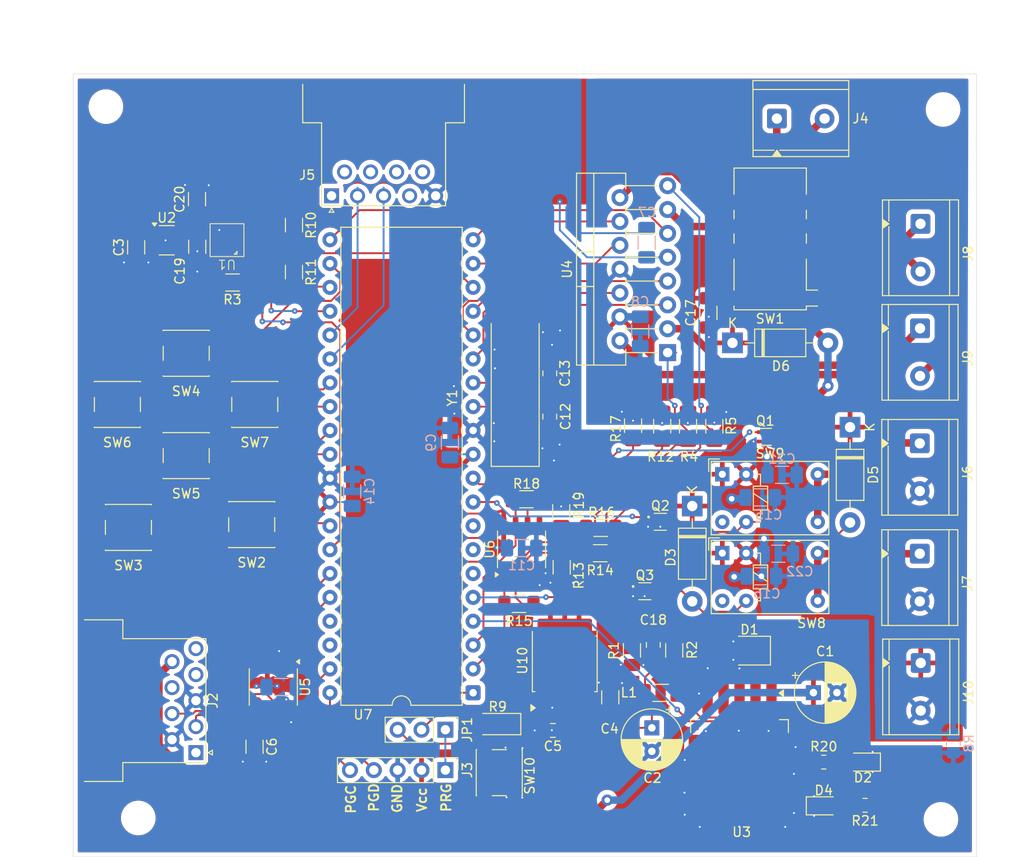
<source format=kicad_pcb>
(kicad_pcb (version 20241229) (generator "pcbnew") (generator_version "9.0")
  (layers (0 "F.Cu" signal) (2 "B.Cu" signal) (13 "F.Paste" user) (15 "B.Paste" user) (5 "F.SilkS" user "F.Silkscreen") (7 "B.SilkS" user "B.Silkscreen") (1 "F.Mask" user) (3 "B.Mask" user) (25 "Edge.Cuts" user))
  (net 0 "")
  (net 1 "GND")
  (net 2 "Vbat")
  (net 3 "/V_6")
  (net 4 "Vcc")
  (net 5 "Net-(U5-SPLIT)")
  (net 6 "GNDPWR")
  (net 7 "Net-(U7-OSC1{slash}CLKI{slash}RA7)")
  (net 8 "Net-(U7-OSC2{slash}CLKO{slash}RA6)")
  (net 9 "Net-(U3-FB)")
  (net 10 "Vdd")
  (net 11 "Net-(D1-K)")
  (net 12 "Net-(D2-A)")
  (net 13 "Net-(D3-A)")
  (net 14 "Net-(D4-A)")
  (net 15 "Net-(D5-A)")
  (net 16 "/M_D")
  (net 20 "/CAN-")
  (net 21 "/CAN+")
  (net 23 "PGD")
  (net 24 "PGC")
  (net 25 "MCLR")
  (net 26 "/Motor3A")
  (net 27 "/Motor3B")
  (net 33 "Rx")
  (net 35 "Tx")
  (net 36 "/M_Inter")
  (net 37 "/M_calen")
  (net 38 "/Motor2A")
  (net 39 "/Motor2B")
  (net 40 "/Motor1B")
  (net 41 "Act_Rele_M2{slash}M3")
  (net 42 "Intermitente")
  (net 43 "Calentador")
  (net 44 "Rst_N")
  (net 45 "SENSE_A")
  (net 46 "SENSE_B")
  (net 47 "/S_SCL")
  (net 48 "/S_SDA")
  (net 49 "Net-(U6A--)")
  (net 50 "Net-(U6A-+)")
  (net 51 "FiCa_A")
  (net 52 "Net-(U6B-+)")
  (net 53 "Net-(U6B--)")
  (net 54 "FiCa_B")
  (net 55 "AngleMort")
  (net 56 "/Motor1A")
  (net 57 "/Motor23A")
  (net 58 "B_Un{slash}Fold")
  (net 59 "B_Heat")
  (net 60 "B_Up")
  (net 61 "B_Down")
  (net 62 "B_Left")
  (net 63 "B_Right")
  (net 66 "/S_PROG")
  (net 67 "/S_INT")
  (net 69 "IN2{slash}3A")
  (net 70 "IN1A")
  (net 71 "IN1B")
  (net 72 "IN2{slash}3B")
  (net 73 "EN1")
  (net 74 "EN2{slash}3")
  (net 75 "CANTX")
  (net 76 "CANRX")
  (net 77 "/Motor23B")
  (net 81 "MAN_MCLR")
  (net 82 "/prog")
  (footprint "Capacitor_SMD:C_0805_2012Metric_Pad1.18x1.45mm_HandSolder" (layer "F.Cu") (at 139.633 77.3925 90)
    (property "Reference" "C13")
    (property "Value" "15p")
  )
  (footprint "Button_Switch_SMD:SW_SPST_PTS647_Sx38" (layer "F.Cu") (at 100.925 86.15 180)
    (property "Reference" "SW5")
    (property "Value" "SW_Push")
  )
  (footprint "Resistor_SMD:R_1206_3216Metric_Pad1.30x1.75mm_HandSolder" (layer "F.Cu") (at 157.15 83.025 90)
    (property "Reference" "R5")
    (property "Value" "50m")
  )
  (footprint "Button_Switch_SMD:SW_SPST_PTS647_Sx38" (layer "F.Cu") (at 108.225 80.7 180)
    (property "Reference" "SW7")
    (property "Value" "SW_Push")
  )
  (footprint "MountingHole:MountingHole_3.2mm_M3" (layer "F.Cu") (at 92.375 48.975)
    (property "Reference" "REF**")
    (property "Value" "MountingHole_3.2mm_M3")
  )
  (footprint "Resistor_SMD:R_0805_2012Metric_Pad1.20x1.40mm_HandSolder" (layer "F.Cu") (at 168.8 118.8)
    (property "Reference" "R20")
    (property "Value" "100")
  )
  (footprint "Resistor_SMD:R_1206_3216Metric_Pad1.30x1.75mm_HandSolder" (layer "F.Cu") (at 145.05 93.85 180)
    (property "Reference" "R16")
    (property "Value" "1k")
  )
  (footprint "Resistor_SMD:R_1206_3216Metric_Pad1.30x1.75mm_HandSolder" (layer "F.Cu") (at 140.85 92.1 90)
    (property "Reference" "R19")
    (property "Value" "100k")
  )
  (footprint "MountingHole:MountingHole_3.2mm_M3" (layer "F.Cu") (at 95.825 124.75)
    (property "Reference" "REF**")
    (property "Value" "MountingHole_3.2mm_M3")
  )
  (footprint "Package_TO_SOT_SMD:SOT-523" (layer "F.Cu") (at 149.755 100.6)
    (property "Reference" "Q3")
    (property "Value" "DTC144E")
  )
  (footprint "Capacitor_SMD:C_1206_3216Metric_Pad1.33x1.80mm_HandSolder" (layer "F.Cu") (at 146.074879 111.9 90)
    (property "Reference" "C4")
    (property "Value" "100n")
  )
  (footprint "Resistor_SMD:R_0805_2012Metric_Pad1.20x1.40mm_HandSolder" (layer "F.Cu") (at 173.2 123.4 180)
    (property "Reference" "R21")
    (property "Value" "150")
  )
  (footprint "Capacitor_THT:CP_Radial_D6.3mm_P2.50mm" (layer "F.Cu") (at 167.7 111.4)
    (property "Reference" "C1")
    (property "Value" "120u")
  )
  (footprint "Package_TO_SOT_SMD:TO-252-3_TabPin2" (layer "F.Cu") (at 141.225 107.985 90)
    (property "Reference" "U10")
    (property "Value" "LM1117DT-5.0")
  )
  (footprint "Diode_THT:D_DO-41_SOD81_P10.16mm_Horizontal" (layer "F.Cu") (at 171.6 83.12 -90)
    (property "Reference" "D5")
    (property "Value" "1N5817")
  )
  (footprint "Connector_PinHeader_2.54mm:PinHeader_1x05_P2.54mm_Vertical" (layer "F.Cu") (at 128.5192 119.6518 -90)
    (property "Reference" "J3")
    (property "Value" "Conn_01x05_Pin")
  )
  (footprint "Button_Switch_SMD:SW_SPST_PTS647_Sx38" (layer "F.Cu") (at 93.6 80.7 180)
    (property "Reference" "SW6")
    (property "Value" "SW_Push")
  )
  (footprint "Button_Switch_SMD:SW_SPST_PTS647_Sx38" (layer "F.Cu") (at 107.9 93.5 180)
    (property "Reference" "SW2")
    (property "Value" "SW_Push")
  )
  (footprint "Capacitor_SMD:C_1206_3216Metric_Pad1.33x1.80mm_HandSolder" (layer "F.Cu") (at 156.5194 70.945 -90)
    (property "Reference" "C17")
    (property "Value" "47n")
  )
  (footprint "Resistor_SMD:R_1206_3216Metric_Pad1.30x1.75mm_HandSolder" (layer "F.Cu") (at 140.9 98.05 -90)
    (property "Reference" "R13")
    (property "Value" "100k")
  )
  (footprint "MountingHole:MountingHole_3.2mm_M3" (layer "F.Cu") (at 181.5 49.275)
    (property "Reference" "REF**")
    (property "Value" "MountingHole_3.2mm_M3")
  )
  (footprint "Package_SO:SOIC-8_3.9x4.9mm_P1.27mm" (layer "F.Cu") (at 136.6296 96.1344 90)
    (property "Reference" "U6")
    (property "Value" "ADA4511-2")
  )
  (footprint "Diode_SMD:D_SMP_DO-220AA" (layer "F.Cu") (at 160.834879 106.925 180)
    (property "Reference" "D1")
    (property "Value" "SS3P5")
  )
  (footprint "Button_Switch_SMD:SW_SPST_PTS647_Sx38" (layer "F.Cu") (at 134.25 119.925 90)
    (property "Reference" "SW10")
    (property "Value" "SW_Push")
  )
  (footprint "Package_TO_SOT_SMD:TSOT-23-5" (layer "F.Cu") (at 98.85 63.2125)
    (property "Reference" "U2")
    (property "Value" "ADM7160")
  )
  (footprint "Package_TO_SOT_SMD:TO-263-5_TabPin3" (layer "F.Cu") (at 159.832379 119.1 -90)
    (property "Reference" "U3")
    (property "Value" "LM2596S-ADJ")
  )
  (footprint "Diode_THT:D_DO-41_SOD81_P10.16mm_Horizontal" (layer "F.Cu") (at 154.8 91.52 -90)
    (property "Reference" "D3")
    (property "Value" "1N5817")
  )
  (footprint "Diode_THT:D_DO-41_SOD81_P10.16mm_Horizontal" (layer "F.Cu") (at 159.0848 74.1454)
    (property "Reference" "D6")
    (property "Value" "1N5817")
  )
  (footprint "PracticasKiCad:TerminalBlock_TE_282834-2_1x02_5,08mm_Horizontal" (layer "F.Cu") (at 179.025 96.595 -90)
    (property "Reference" "J7")
    (property "Value" "Calentador")
  )
  (footprint "Connector_Dsub:DSUB-9_Socket_Horizontal_P2.77x2.54mm_EdgePinOffset9.40mm" (layer "F.Cu") (at 116.4 58.475 180)
    (property "Reference" "J5")
    (property "Value" "DE9_Pins")
  )
  (footprint "Inductor_SMD:L_1206_3216Metric_Pad1.22x1.90mm_HandSolder" (layer "F.Cu") (at 151.432379 111.425 180)
    (property "Reference" "L1")
    (property "Value" "33u")
  )
  (footprint "Resistor_SMD:R_1206_3216Metric_Pad1.30x1.75mm_HandSolder" (layer "F.Cu") (at 154.35 83.025 90)
    (property "Reference" "R4")
    (property "Value" "50m")
  )
  (footprint "Resistor_SMD:R_1206_3216Metric_Pad1.30x1.75mm_HandSolder" (layer "F.Cu") (at 112.4 66.6 -90)
    (property "Reference" "R11")
    (property "Value" "2k2")
  )
  (footprint "PracticasKiCad:CH201" (layer "F.Cu") (at 105.25 63.25 180)
    (property "Reference" "U1")
    (property "Value" "CH201")
  )
  (footprint "Resistor_SMD:R_1206_3216Metric_Pad1.30x1.75mm_HandSolder" (layer "F.Cu") (at 151.6 83.0118 -90)
    (property "Reference" "R12")
    (property "Value" "1k")
  )
  (footprint "Package_DIP:DIP-40_W15.24mm" (layer "F.Cu") (at 131.4692 111.4118 180)
    (property "Reference" "U7")
    (property "Value" "PIC18F4480-IP")
  )
  (footprint "Capacitor_SMD:C_0805_2012Metric_Pad1.18x1.45mm_HandSolder" (layer "F.Cu") (at 139.965 115.425 180)
    (property "Reference" "C5")
    (property "Value" "100u")
  )
  (footprint "Resistor_SMD:R_1206_3216Metric_Pad1.30x1.75mm_HandSolder" (layer "F.Cu") (at 148.5 82.9618 -90)
    (property "Reference" "R17")
    (property "Value" "1k")
  )
  (footprint "PracticasKiCad:TerminalBlock_TE_282834-2_1x02_5,08mm_Horizontal" (layer "F.Cu") (at 179.05 72.595 -90)
    (property "Reference" "J9")
    (property "Value" "Motor1")
  )
  (footprint "LED_SMD:LED_0805_2012Metric_Pad1.15x1.40mm_HandSolder" (layer "F.Cu") (at 168.8 123.46)
    (property "Reference" "D4")
    (property "Value" "G_LED")
  )
  (footprint "PracticasKiCad:TerminalBlock_TE_282834-2_1x02_5,08mm_Horizontal" (layer "F.Cu") (at 179.1 61.46 -90)
    (property "Reference" "J8")
    (property "Value" "Motor2")
  )
  (footprint "Capacitor_THT:CP_Radial_D6.3mm_P2.50mm" (layer "F.Cu") (at 150.5 115.15 -90)
    (property "Reference" "C2")
    (property "Value" "470u")
  )
  (footprint "Button_Switch_SMD:SW_SPST_PTS647_Sx38" (layer "F.Cu") (at 94.775 93.8 180)
    (property "Reference" "SW3")
    (property "Value" "SW_Push")
  )
  (footprint "Capacitor_SMD:C_0805_2012Metric_Pad1.18x1.45mm_HandSolder" (layer "F.Cu") (at 150.657379 106.3125 -90)
    (property "Reference" "C18")
    (property "Value" "1n")
  )
  (footprint "Button_Switch_SMD:SW_SPST_PTS647_Sx38" (layer "F.Cu") (at 100.925 75.25 180)
    (property "Reference" "SW4")
    (property "Value" "SW_Push")
  )
  (footprint "Capacitor_SMD:C_1206_3216Metric_Pad1.33x1.80mm_HandSolder" (layer "F.Cu") (at 108.2 117.1625 -90)
    (property "Reference" "C6")
    (property "Value" "47n")
  )
  (footprint "Resistor_SMD:R_1206_3216Metric_Pad1.30x1.75mm_HandSolder" (layer "F.Cu") (at 148.382379 106.9 90)
    (property "Reference" "R1")
    (property "Value" "1k")
  )
  (footprint "PracticasKiCad:Crystal_SMD_HC49-SD_Practica3" (layer "F.Cu") (at 135.95 79.7 90)
    (property "Reference" "Y1")
    (property "Value" "Crystal")
  )
  (footprint "Connector_Dsub:DSUB-9_Socket_Horizontal_P2.77x2.54mm_EdgePinOffset9.40mm" (layer "F.Cu") (at 101.960331 117.79 -90)
    (property "Reference" "J2")
    (property "Value" "DE9_Pins")
  )
  (footprint "Connector_PinHeader_2.54mm:PinHeader_1x03_P2.54mm_Vertical" (layer "F.Cu") (at 128.5192 115.3518 -90)
    (property "Reference" "JP1")
    (property "Value" "Jumper_3_Open")
  )
  (footprint "Relay_THT:Relay_SPDT_HsinDa_Y14" (layer "F.Cu") (at 158.0014 88.1353)
    (property "Reference" "SW9")
    (property "Value" "FN01B")
  )
  (footprint "Resistor_SMD:R_1206_3216Metric_Pad1.30x1.75mm_HandSolder" (layer "F.Cu") (at 145 96.55 180)
    (property "Reference" "R14")
    (property "Value" "1k")
  )
  (footprint "Package_TO_SOT_SMD:SOT-523" (layer "F.Cu") (at 151.4 93.2)
    (property "Reference" "Q2")
    (property "Value" "DTC144E")
  )
  (footprint "MountingHole:MountingHole_3.2mm_M3" (layer "F.Cu") (at 181.275 124.9)
    (property "Reference" "REF**")
    (property "Value" "MountingHole_3.2mm_M3")
  )
  (footprint "LED_SMD:LED_1206_3216Metric_Pad1.42x1.75mm_HandSolder" (layer "F.Cu") (at 134.0875 114.75 180)
    (property "Reference" "R9")
    (property "Value" "33k")
  )
  (footprint "Resistor_SMD:R_1206_3216Metric_Pad1.30x1.75mm_HandSolder" (layer "F.Cu") (at 112.4 61.6 -90)
    (property "Reference" "R10")
    (property "Value" "2k2")
  )
  (footprint "Package_TO_SOT_SMD:SOT-523" (layer "F.Cu") (at 162.575 84.15)
    (property "Reference" "Q1")
    (property "Value" "DTC144E")
  )
  (footprint "Resistor_SMD:R_1206_3216Metric_Pad1.30x1.75mm_HandSolder" (layer "F.Cu") (at 152.882379 106.9 -90)
    (property "Reference" "R2")
    (property "Value" "3k9")
  )
  (footprint "Resistor_SMD:R_1206_3216Metric_Pad1.30x1.75mm_HandSolder" (layer "F.Cu") (at 105.85 67.7125 180)
    (property "Reference" "R3")
    (property "Value" "10k")
  )
  (footprint "Capacitor_SMD:C_1206_3216Metric_Pad1.33x1.80mm_HandSolder" (layer "F.Cu") (at 102.075 58.8375 90)
    (property "Reference" "C20")
    (property "Value" "100n")
  )
  (footprint "PracticasKiCad:TerminalBlock_TE_282834-2_1x02_5,08mm_Horizontal" (layer "F.Cu") (at 179.125 108.235 -90)
    (property "Reference" "J10")
    (property "Value" "Vbat")
  )
  (footprint "Capacitor_SMD:C_1206_3216Metric_Pad1.33x1.80mm_HandSolder" (layer "F.Cu") (at 95.6 63.9625 -90)
    (property "Reference" "C3")
    (property "Value" "4u7")
  )
  (footprint "Capacitor_SMD:C_0805_2012Metric_Pad1.18x1.45mm_HandSolder" (layer "F.Cu") (at 139.63 81.9975 -90)
    (property "Reference" "C12")
    (property "Value" "15p")
  )
  (footprint "Package_TO_SOT_THT:TO-220-15_P2.54x5.08mm_StaggerOdd_Lead4.58mm_Vertical" (layer "F.Cu") (at 152.18 75.1768 90)
    (property "Reference" "U4")
    (property "Value" "L298N")
  )
  (footprint "Package_SO:SOIC-8_3.9x4.9mm_P1.27mm" (layer "F.Cu") (at 110.2 110.8 -90)
    (property "Reference" "U5")
    (property "Value" "TJA1042T")
  )
  (footprint "Capacitor_SMD:C_1206_3216Metric_Pad1.33x1.80mm_HandSolder" (layer "F.Cu") (at 102.1 63.9 -90)
    (property "Reference" "C19")
    (property "Value" "4u7")
  )
  (footprint "PracticasKiCad:TerminalBlock_TE_282834-2_1x02_5,08mm_Horizontal" (layer "F.Cu") (at 179.025 84.845 -90)
    (property "Reference" "J6")
    (property "Value" "Intermitente")
  )
  (footprint "PracticasKiCad:TerminalBlock_TE_282834-2_1x02_5,08mm_Horizontal" (layer "F.Cu") (at 163.81 50.25)
    (property "Reference" "J4")
    (property "Value" "Motor3")
  )
  (footprint "Relay_SMD:Relay_DPDT_Omron_G6S-2F" (layer "F.Cu") (at 163.0472 63.021 180)
    (property "Reference" "SW1")
    (property "Value" "SW_DPDT_G6S")
  )
  (footprint "Resistor_SMD:R_1206_3216Metric_Pad1.30x1.75mm_HandSolder" (layer "F.Cu") (at 137.15 90.8 180)
    (property "Reference" "R18")
    (property "Value" "100k")
  )
  (footprint "LED_SMD:LED_0805_2012Metric_Pad1.15x1.40mm_HandSolder" (layer "F.Cu") (at 172.975 118.8 180)
    (property "Reference" "D2")
    (property "Value" "R_LED")
  )
  (footprint "Resistor_SMD:R_1206_3216Metric_Pad1.30x1.75mm_HandSolder" (layer "F.Cu") (at 136.35 101.95 180)
    (property "Reference" "R15")
    (property "Value" "100k")
  )
  (footprint "Relay_THT:Relay_SPDT_HsinDa_Y14" (layer "F.Cu") (at 158.0014 96.5353)
    (property "Reference" "SW8")
    (property "Value" "FN01B")
  )
  (footprint "Capacitor_SMD:C_1206_3216Metric_Pad1.33x1.80mm_HandSolder" (layer "B.Cu") (at 162.1625 99)
    (property "Reference" "C16")
    (property "Value" "47n")
  )
  (footprint "Capacitor_SMD:C_1206_3216Metric_Pad1.33x1.80mm_HandSolder" (layer "B.Cu") (at 162.0375 90.6)
    (property "Reference" "C15")
    (property "Value" "47n")
  )
  (footprint "Capacitor_SMD:C_1206_3216Metric_Pad1.33x1.80mm_HandSolder" (layer "B.Cu") (at 136.6375 96)
    (property "Reference" "C11")
    (property "Value" "100n")
  )
  (footprint "Capacitor_SMD:C_1206_3216Metric_Pad1.33x1.80mm_HandSolder" (layer "B.Cu") (at 118.6 89.9625 90)
    (property "Reference" "C14")
    (property "Value" "100n")
  )
  (footprint "Capacitor_SMD:C_1206_3216Metric_Pad1.33x1.80mm_HandSolder" (layer "B.Cu") (at 111.0375 110.8)
    (property "Reference" "C10" (hide yes))
    (property "Value" "100n")
  )
  (footprint "Capacitor_SMD:C_1206_3216Metric_Pad1.33x1.80mm_HandSolder" (layer "B.Cu") (at 149.259 72.9285 -90)
    (property "Reference" "C8")
    (property "Value" "100n")
  )
  (footprint "Capacitor_SMD:C_1206_3216Metric_Pad1.33x1.80mm_HandSolder" (layer "B.Cu") (at 163.9625 96.6)
    (property "Reference" "C22")
    (property "Value" "33n")
  )
  (footprint "Capacitor_SMD:C_1206_3216Metric_Pad1.33x1.80mm_HandSolder" (layer "B.Cu") (at 164.3625 88.2)
    (property "Reference" "C21")
    (property "Value" "33n")
  )
  (footprint "Capacitor_SMD:C_1206_3216Metric_Pad1.33x1.80mm_HandSolder" (layer "B.Cu") (at 149.9448 63.4674 90)
    (property "Reference" "C7")
    (property "Value" "100n")
  )
  (footprint "Resistor_SMD:R_0805_2012Metric_Pad1.20x1.40mm_HandSolder" (layer "B.Cu") (at 182.6 116.8 90)
    (property "Reference" "R8")
    (property "Value" "0")
  )
  (footprint "Capacitor_SMD:C_1206_3216Metric_Pad1.33x1.80mm_HandSolder" (layer "B.Cu") (at 129 84.7625 90)
    (property "Reference" "C9")
    (property "Value" "100n")
  )
  (gr_rect (start 88.8875 45.5) (end 185.0625 128.9) (stroke (width 0.05)) (fill no) (layer "Edge.Cuts"))
  (gr_text "PGD" (at 121.5 124.2 90) (layer "F.SilkS") (effects (font (size 1 1) (thickness 0.2) (bold yes)) (justify left bottom)))
  (gr_text "Vcc\n" (at 126.6 124.225 90) (layer "F.SilkS") (effects (font (size 1 1) (thickness 0.2) (bold yes)) (justify left bottom)))
  (gr_text "PGC\n" (at 119.05 124.4 90) (layer "F.SilkS") (effects (font (size 1 1) (thickness 0.2) (bold yes)) (justify left bottom)))
  (gr_text "GND" (at 123.975 124.325 90) (layer "F.SilkS") (effects (font (size 1 1) (thickness 0.2) (bold yes)) (justify left bottom)))
  (gr_text "PRG\n" (at 129.2 124.225 90) (layer "F.SilkS") (effects (font (size 1 1) (thickness 0.2) (bold yes)) (justify left bottom)))
  (segment (start 140.843 90.557) (end 140.85 90.55) (width 0.2) (layer "F.Cu") (net 1))
  (segment (start 139.7 99.695) (end 142.113 99.695) (width 0.2) (layer "F.Cu") (net 1))
  (segment (start 148.5 101.125) (end 149.725 101.125) (width 0.2) (layer "F.Cu") (net 1))
  (segment (start 164.075 118.175) (end 162.607379 118.175) (width 0.2) (layer "F.Cu") (net 1))
  (segment (start 164.482379 120.05) (end 162.607379 118.175) (width 0.2) (layer "F.Cu") (net 1))
  (segment (start 112.105 113.275) (end 112.105 112.655) (width 0.2) (layer "F.Cu") (net 1))
  (segment (start 102.108 64.389) (end 102.108 66.548) (width 0.2) (layer "F.Cu") (net 1))
  (segment (start 147.2 108.425) (end 149.575 108.425) (width 0.2) (layer "F.Cu") (net 1))
  (segment (start 138.6042 98.679) (end 138.5346 98.6094) (width 0.2) (layer "F.Cu") (net 1))
  (segment (start 110.825 108.315) (end 110.835 108.325) (width 0.2) (layer "F.Cu") (net 1))
  (segment (start 167.775 122.425) (end 167.775 124.525) (width 0.2) (layer "F.Cu") (net 1))
  (segment (start 94.3 65.575) (end 96.9 65.575) (width 0.2) (layer "F.Cu") (net 1))
  (segment (start 104.4393 62.1143) (end 104.45 62.125) (width 0.2) (layer "F.Cu") (net 1))
  (segment (start 159.825 108.825) (end 159.832379 108.832379) (width 0.2) (layer "F.Cu") (net 1))
  (segment (start 149.575 108.425) (end 149.6 108.45) (width 0.2) (layer "F.Cu") (net 1))
  (segment (start 156.432379 108.817621) (end 156.432379 111.45) (width 0.2) (layer "F.Cu") (net 1))
  (segment (start 103.8292 62.1143) (end 104.4393 62.1143) (width 0.2) (layer "F.Cu") (net 1))
  (segment (start 165.625 120.05) (end 164.482379 120.05) (width 0.2) (layer "F.Cu") (net 1))
  (segment (start 159.8 125.675) (end 159.832379 125.642621) (width 0.2) (layer "F.Cu") (net 1))
  (segment (start 159.75 115.45) (end 159.75 115.482379) (width 0.2) (layer "F.Cu") (net 1))
  (segment (start 139.825 115.425) (end 139.85 115.4) (width 0.2) (layer "F.Cu") (net 1))
  (segment (start 159.175 105.95) (end 159.175 107.9) (width 0.2) (layer "F.Cu") (net 1))
  (segment (start 97.725 63.225) (end 97.7125 63.2125) (width 0.2) (layer "F.Cu") (net 1))
  (segment (start 112.1 113.28) (end 112.105 113.275) (width 0.2) (layer "F.Cu") (net 1))
  (segment (start 139.192 98.679) (end 138.6042 98.679) (width 0.2) (layer "F.Cu") (net 1))
  (segment (start 142.112 90.55) (end 142.113 90.551) (width 0.2) (layer "F.Cu") (net 1))
  (segment (start 155.682379 124.4) (end 157.057379 123.025) (width 0.2) (layer "F.Cu") (net 1))
  (segment (start 155.525 111.5) (end 156.382379 111.5) (width 0.2) (layer "F.Cu") (net 1))
  (segment (start 109.45 118.75) (end 106.95 118.75) (width 0.2) (layer "F.Cu") (net 1))
  (segment (start 154 124.4) (end 155.682379 124.4) (width 0.2) (layer "F.Cu") (net 1))
  (segment (start 134.925 117.25) (end 136.675 117.25) (width 0.2) (layer "F.Cu") (net 1))
  (segment (start 151.4 93.725) (end 150.1 93.725) (width 0.2) (layer "F.Cu") (net 1))
  (segment (start 162.607379 115.792621) (end 162.607379 118.175) (width 0.2) (layer "F.Cu") (net 1))
  (segment (start 155.6 124.482379) (end 157.057379 123.025) (width 0.2) (layer "F.Cu") (net 1))
  (segment (start 138.025 115.425) (end 139.825 115.425) (width 0.2) (layer "F.Cu") (net 1))
  (segment (start 164.825 118.175) (end 162.607379 118.175) (width 0.2) (layer "F.Cu") (net 1))
  (segment (start 110.825 106.975) (end 110.825 108.315) (width 0.2) (layer "F.Cu") (net 1))
  (segment (start 156.25 115.5) (end 157.057379 116.307379) (width 0.2) (layer "F.Cu") (net 1))
  (segment (start 164.7 125.117621) (end 162.607379 123.025) (width 0.2) (layer "F.Cu") (net 1))
  (segment (start 136.675 122.55) (end 136.7 122.575) (width 0.2) (layer "F.Cu") (net 1))
  (segment (start 112.1 114.55) (end 112.1 113.28) (width 0.2) (layer "F.Cu") (net 1))
  (segment (start 156.082379 122.05) (end 157.057379 123.025) (width 0.2) (layer "F.Cu") (net 1))
  (segment (start 153.975 122.05) (end 156.082379 122.05) (width 0.2) (layer "F.Cu") (net 1))
  (segment (start 140.85 90.55) (end 142.112 90.55) (width 0.2) (layer "F.Cu") (net 1))
  (segment (start 156.45 108.8) (end 156.432379 108.817621) (width 0.2) (layer "F.Cu") (net 1))
  (segment (start 163.807379 124.225) (end 162.607379 123.025) (width 0.2) (layer "F.Cu") (net 1))
  (segment (start 156.382379 111.5) (end 156.432379 111.45) (width 0.2) (layer "F.Cu") (net 1))
  (segment (start 136.675 117.25) (end 136.725 117.3) (width 0.2) (layer "F.Cu") (net 1))
  (segment (start 159.75 115.482379) (end 157.057379 118.175) (width 0.2) (layer "F.Cu") (net 1))
  (segment (start 98.725 63.225) (end 97.725 63.225) (width 0.2) (layer "F.Cu") (net 1))
  (segment (start 139.9 113) (end 137.925 113) (width 0.2) (layer "F.Cu") (net 1))
  (segment (start 100.825 57.35) (end 103.325 57.35) (width 0.2) (layer "F.Cu") (net 1))
  (segment (start 147.275 110.325) (end 147.325 110.375) (width 0.2) (layer "F.Cu") (net 1))
  (segment (start 164.7 125.7) (end 164.7 125.117621) (width 0.2) (layer "F.Cu") (net 1))
  (segment (start 154 118.575) (end 154.4 118.175) (width 0.2) (layer "F.Cu") (net 1))
  (segment (start 165.8 117.2) (end 164.825 118.175) (width 0.2) (layer "F.Cu") (net 1))
  (segment (start 144.85 110.325) (end 147.275 110.325) (width 0.2) (layer "F.Cu") (net 1))
  (segment (start 162.925 115.475) (end 162.607379 115.792621) (width 0.2) (layer "F.Cu") (net 1))
  (segment (start 138.557 99.949) (end 138.557 98.6318) (width 0.2) (layer "F.Cu") (net 1))
  (segment (start 155.6 125.7) (end 155.6 124.482379) (width 0.2) (layer "F.Cu") (net 1))
  (segment (start 154.4 118.175) (end 157.057379 118.175) (width 0.2) (layer "F.Cu") (net 1))
  (segment (start 112.105 112.655) (end 111.575 112.125) (width 0.2) (layer "F.Cu") (net 1))
  (segment (start 174 119.85) (end 174 117.7) (width 0.2) (layer "F.Cu") (net 1))
  (segment (start 100.8 57.325) (end 100.825 57.35) (width 0.2) (layer "F.Cu") (net 1))
  (segment (start 159.832379 108.832379) (end 159.832379 111.45) (width 0.2) (layer "F.Cu") (net 1))
  (segment (start 135.025 122.55) (end 136.675 122.55) (width 0.2) (layer "F.Cu") (net 1))
  (segment (start 161.325 84.65) (end 161.93 84.65) (width 0.2) (layer "F.Cu") (net 1))
  (segment (start 159.832379 125.642621) (end 159.832379 120.6) (width 0.2) (layer "F.Cu") (net 1))
  (segment (start 138.557 98.6318) (end 138.5346 98.6094) (width 0.2) (layer "F.Cu") (net 1))
  (segment (start 140.843 91.567) (end 140.843 90.557) (width 0.2) (layer "F.Cu") (net 1))
  (segment (start 157.057379 116.307379) (end 157.057379 118.175) (width 0.2) (layer "F.Cu") (net 1))
  (segment (start 165.625 124.225) (end 163.807379 124.225) (width 0.2) (layer "F.Cu") (net 1))
  (via (at 102.108 64.389) (size 0.6) (drill 0.2) (layers "F.Cu" "B.Cu") (net 1))
  (via (at 139.192 98.679) (size 0.6) (drill 0.2) (layers "F.Cu" "B.Cu") (net 1))
  (via (at 96.9 65.575) (size 0.6) (drill 0.2) (layers "F.Cu" "B.Cu") (net 1))
  (via (at 149.6 108.45) (size 0.6) (drill 0.2) (layers "F.Cu" "B.Cu") (net 1))
  (via (at 133.675 82.7) (size 0.6) (drill 0.2) (layers "F.Cu" "B.Cu") (net 1))
  (via (at 140.075 86.675) (size 0.6) (drill 0.2) (layers "F.Cu" "B.Cu") (net 1))
  (via (at 133.725 84.625) (size 0.6) (drill 0.2) (layers "F.Cu" "B.Cu") (net 1))
  (via (at 110.825 106.975) (size 0.6) (drill 0.2) (layers "F.Cu" "B.Cu") (net 1))
  (via (at 156.45 108.8) (size 0.6) (drill 0.2) (layers "F.Cu" "B.Cu") (net 1))
  (via (at 165.8 117.2) (size 0.6) (drill 0.2) (layers "F.Cu" "B.Cu") (net 1))
  (via (at 147.325 110.375) (size 0.6) (drill 0.2) (layers "F.Cu" "B.Cu") (net 1))
  (via (at 140.675 84.975) (size 0.6) (drill 0.2) (layers "F.Cu" "B.Cu") (net 1))
  (via (at 139.9 113) (size 0.6) (drill 0.2) (layers "F.Cu" "B.Cu") (net 1))
  (via (at 149.725 101.125) (size 0.6) (drill 0.2) (layers "F.Cu" "B.Cu") (net 1))
  (via (at 139.85 115.4) (size 0.6) (drill 0.2) (layers "F.Cu" "B.Cu") (net 1))
  (via (at 162.925 115.475) (size 0.6) (drill 0.2) (layers "F.Cu" "B.Cu") (net 1))
  (via (at 129.425 78.75) (size 0.6) (drill 0.2) (layers "F.Cu" "B.Cu") (net 1))
  (via (at 135.025 122.55) (size 0.6) (drill 0.2) (layers "F.Cu" "B.Cu") (net 1))
  (via (at 155.525 111.5) (size 0.6) (drill 0.2) (layers "F.Cu" "B.Cu") (net 1))
  (via (at 129.475 81.675) (size 0.6) (drill 0.2) (layers "F.Cu" "B.Cu") (net 1))
  (via (at 167.775 124.525) (size 0.6) (drill 0.2) (layers "F.Cu" "B.Cu") (net 1))
  (via (at 167.775 122.425) (size 0.6) (drill 0.2) (layers "F.Cu" "B.Cu") (net 1))
  (via (at 156.25 115.5) (size 0.6) (drill 0.2) (layers "F.Cu" "B.Cu") (net 1))
  (via (at 138.025 115.425) (size 0.6) (drill 0.2) (layers "F.Cu" "B.Cu") (net 1))
  (via (at 174 119.85) (size 0.6) (drill 0.2) (layers "F.Cu" "B.Cu") (net 1))
  (via (at 139.875 74.35) (size 0.6) (drill 0.2) (layers "F.Cu" "B.Cu") (net 1))
  (via (at 159.825 108.825) (size 0.6) (drill 0.2) (layers "F.Cu" "B.Cu") (net 1))
  (via (at 147.2 108.425) (size 0.6) (drill 0.2) (layers "F.Cu" "B.Cu") (net 1))
  (via (at 136.7 122.575) (size 0.6) (drill 0.2) (layers "F.Cu" "B.Cu") (net 1))
  (via (at 161.325 84.65) (size 0.6) (drill 0.2) (layers "F.Cu" "B.Cu") (net 1))
  (via (at 154 124.4) (size 0.6) (drill 0.2) (layers "F.Cu" "B.Cu") (net 1))
  (via (at 136.725 117.3) (size 0.6) (drill 0.2) (layers "F.Cu" "B.Cu") (net 1))
  (via (at 142.113 90.551) (size 0.6) (drill 0.2) (layers "F.Cu" "B.Cu") (net 1))
  (via (at 151.4 93.725) (size 0.6) (drill 0.2) (layers "F.Cu" "B.Cu") (net 1))
  (via (at 133.75 74.85) (size 0.6) (drill 0.2) (layers "F.Cu" "B.Cu") (net 1))
  (via (at 94.3 65.575) (size 0.6) (drill 0.2) (layers "F.Cu" "B.Cu") (net 1))
  (via (at 103.325 57.35) (size 0.6) (drill 0.2) (layers "F.Cu" "B.Cu") (net 1))
  (via (at 142.113 99.695) (size 0.6) (drill 0.2) (layers "F.Cu" "B.Cu") (net 1))
  (via (at 140.843 91.567) (size 0.6) (drill 0.2) (layers "F.Cu" "B.Cu") (net 1))
  (via (at 154 118.575) (size 0.6) (drill 0.2) (layers "F.Cu" "B.Cu") (net 1))
  (via (at 155.6 125.7) (size 0.6) (drill 0.2) (layers "F.Cu" "B.Cu") (net 1))
  (via (at 159.8 125.675) (size 0.6) (drill 0.2) (layers "F.Cu" "B.Cu") (net 1))
  (via (at 150.1 93.725) (size 0.6) (drill 0.2) (layers "F.Cu" "B.Cu") (net 1))
  (via (at 133.8 76.85) (size 0.6) (drill 0.2) (layers "F.Cu" "B.Cu") (net 1))
  (via (at 174 117.7) (size 0.6) (drill 0.2) (layers "F.Cu" "B.Cu") (net 1))
  (via (at 139.7 99.695) (size 0.6) (drill 0.2) (layers "F.Cu" "B.Cu") (net 1))
  (via (at 98.725 63.225) (size 0.6) (drill 0.2) (layers "F.Cu" "B.Cu") (net 1))
  (via (at 106.95 118.75) (size 0.6) (drill 0.2) (layers "F.Cu" "B.Cu") (net 1))
  (via (at 138.9 73) (size 0.6) (drill 0.2) (layers "F.Cu" "B.Cu") (net 1))
  (via (at 144.85 110.325) (size 0.6) (drill 0.2) (layers "F.Cu" "B.Cu") (net 1))
  (via (at 165.625 124.225) (size 0.6) (drill 0.2) (layers "F.Cu" "B.Cu") (net 1))
  (via (at 159.175 105.95) (size 0.6) (drill 0.2) (layers "F.Cu" "B.Cu") (net 1))
  (via (at 159.175 107.9) (size 0.6) (drill 0.2) (layers "F.Cu" "B.Cu") (net 1))
  (via (at 159.75 115.45) (size 0.6) (drill 0.2) (layers "F.Cu" "B.Cu") (net 1))
  (via (at 137.925 113) (size 0.6) (drill 0.2) (layers "F.Cu" "B.Cu") (net 1))
  (via (at 112.1 114.55) (size 0.6) (drill 0.2) (layers "F.Cu" "B.Cu") (net 1))
  (via (at 138.85 85.375) (size 0.6) (drill 0.2) (layers "F.Cu" "B.Cu") (net 1))
  (via (at 148.5 101.125) (size 0.6) (drill 0.2) (layers "F.Cu" "B.Cu") (net 1))
  (via (at 102.108 66.548) (size 0.6) (drill 0.2) (layers "F.Cu" "B.Cu") (net 1))
  (via (at 138.557 99.949) (size 0.6) (drill 0.2) (layers "F.Cu" "B.Cu") (net 1))
  (via (at 140.725 72.825) (size 0.6) (drill 0.2) (layers "F.Cu" "B.Cu") (net 1))
  (via (at 165.625 120.05) (size 0.6) (drill 0.2) (layers "F.Cu" "B.Cu") (net 1))
  (via (at 100.8 57.325) (size 0.6) (drill 0.2) (layers "F.Cu" "B.Cu") (net 1))
  (via (at 111.575 112.125) (size 0.6) (drill 0.2) (layers "F.Cu" "B.Cu") (net 1))
  (via (at 153.975 122.05) (size 0.6) (drill 0.2) (layers "F.Cu" "B.Cu") (net 1))
  (via (at 109.45 118.75) (size 0.6) (drill 0.2) (layers "F.Cu" "B.Cu") (net 1))
  (via (at 104.45 62.125) (size 0.6) (drill 0.2) (layers "F.Cu" "B.Cu") (net 1))
  (via (at 134.925 117.25) (size 0.6) (drill 0.2) (layers "F.Cu" "B.Cu") (net 1))
  (via (at 164.7 125.7) (size 0.6) (drill 0.2) (layers "F.Cu" "B.Cu") (net 1))
  (segment (start 149.9448 61.9049) (end 149.3997 62.45) (width 0.2) (layer "B.Cu") (net 1))
  (segment (start 149.3997 62.45) (end 142.85 62.45) (width 0.2) (layer "B.Cu") (net 1))
  (segment (start 149.9448 61.9049) (end 149.4419 62.4078) (width 0.2) (layer "B.Cu") (net 1))
  (segment (start 104.960017 123.926) (end 98.019331 116.985314) (width 0.8) (layer "F.Cu") (net 2))
  (segment (start 145.75 122.85) (end 144.674 123.926) (width 0.8) (layer "F.Cu") (net 2))
  (segment (start 144.674 123.926) (end 104.960017 123.926) (width 0.8) (layer "F.Cu") (net 2))
  (segment (start 159.0357 69.3825) (end 159.0472 69.371) (width 0.8) (layer "F.Cu") (net 2))
  (segment (start 163.282379 111.4) (end 163.232379 111.45) (width 0.8) (layer "F.Cu") (net 2))
  (segment (start 159.0472 74.1078) (end 159.0848 74.1454) (width 0.8) (layer "F.Cu") (net 2))
  (segment (start 98.019331 109.496) (end 99.420331 108.095) (width 0.8) (layer "F.Cu") (net 2))
  (segment (start 167.7 111.4) (end 163.282379 111.4) (width 0.8) (layer "F.Cu") (net 2))
  (segment (start 98.019331 116.985314) (end 98.019331 109.496) (width 0.8) (layer "F.Cu") (net 2))
  (via (at 159 90.75) (size 1.2) (drill 0.6) (layers "F.Cu" "B.Cu") (net 2))
  (via (at 162.433 94.996) (size 1.2) (drill 0.6) (layers "F.Cu" "B.Cu") (net 2))
  (via (at 162.75 86.25) (size 1.2) (drill 0.6) (layers "F.Cu" "B.Cu") (net 2))
  (via (at 162.1625 99) (size 1.2) (drill 0.6) (layers "F.Cu" "B.Cu") (net 2))
  (via (at 145.75 122.85) (size 1.2) (drill 0.6) (layers "F.Cu" "B.Cu") (net 2))
  (via (at 159.258 99.06) (size 1.2) (drill 0.6) (layers "F.Cu" "B.Cu") (net 2))
  (segment (start 162.433 96.567) (end 162.4 96.6) (width 0.8) (layer "B.Cu") (net 2))
  (segment (start 162.4 98.7625) (end 162.1625 99) (width 0.8) (layer "B.Cu") (net 2))
  (segment (start 162.8 88.2) (end 162.8 86.3) (width 0.8) (layer "B.Cu") (net 2))
  (segment (start 159.258 99.06) (end 161.925 99.06) (width 0.8) (layer "B.Cu") (net 2))
  (segment (start 162.8 86.3) (end 162.75 86.25) (width 0.8) (layer "B.Cu") (net 2))
  (segment (start 147.518065 71.366) (end 149.259 71.366) (width 0.8) (layer "B.Cu") (net 2))
  (segment (start 162.433 94.996) (end 162.433 96.567) (width 0.8) (layer "B.Cu") (net 2))
  (segment (start 160.325 90.75) (end 160.475 90.6) (width 0.8) (layer "B.Cu") (net 2))
  (segment (start 158.731314 111.4) (end 167.7 111.4) (width 0.8) (layer "B.Cu") (net 2))
  (segment (start 145.75 122.85) (end 147.281314 122.85) (width 0.8) (layer "B.Cu") (net 2))
  (segment (start 162.4 96.6) (end 162.4 98.7625) (width 0.8) (layer "B.Cu") (net 2))
  (segment (start 147.281314 122.85) (end 158.731314 111.4) (width 0.8) (layer "B.Cu") (net 2))
  (segment (start 159 90.75) (end 160.325 90.75) (width 0.8) (layer "B.Cu") (net 2))
  (segment (start 162.3353 96.5353) (end 162.4 96.6) (width 0.8) (layer "B.Cu") (net 2))
  (segment (start 149.769879 112.669879) (end 149.769879 111.425) (width 0.2) (layer "F.Cu") (net 3))
  (segment (start 150.657379 107.35) (end 150.657379 108.875) (width 0.2) (layer "F.Cu") (net 3))
  (segment (start 146.074879 114.774879) (end 146.074879 113.4625) (width 0.2) (layer "F.Cu") (net 3))
  (segment (start 152.882379 108.45) (end 152.882379 107.65) (width 0.2) (layer "F.Cu") (net 3))
  (segment (start 152.882379 107.65) (end 152.582379 107.35) (width 0.2) (layer "F.Cu") (net 3))
  (segment (start 149.882379 115.15) (end 150.5 115.15) (width 0.2) (layer "F.Cu") (net 3))
  (segment (start 149.769879 109.7625) (end 149.769879 111.425) (width 0.2) (layer "F.Cu") (net 3))
  (segment (start 150.5 115.15) (end 146.45 115.15) (width 0.2) (layer "F.Cu") (net 3))
  (segment (start 146.054879 113.625) (end 146.049879 113.63) (width 0.2) (layer "F.Cu") (net 3))
  (segment (start 150.5 113.4) (end 149.769879 112.669879) (width 0.2) (layer "F.Cu") (net 3))
  (segment (start 146.049879 113.63) (end 143.474879 113.63) (width 0.2) (layer "F.Cu") (net 3))
  (segment (start 150.5 115.15) (end 150.4 115.05) (width 0.2) (layer "F.Cu") (net 3))
  (segment (start 152.582379 107.35) (end 150.657379 107.35) (width 0.2) (layer "F.Cu") (net 3))
  (segment (start 149.769879 115.0375) (end 149.882379 115.15) (width 0.2) (layer "F.Cu") (net 3))
  (segment (start 150.657379 108.875) (end 149.769879 109.7625) (width 0.2) (layer "F.Cu") (net 3))
  (segment (start 150.5 115.15) (end 150.5 113.4) (width 0.2) (layer "F.Cu") (net 3))
  (segment (start 146.45 115.15) (end 146.074879 114.774879) (width 0.2) (layer "F.Cu") (net 3))
  (segment (start 132.05 92.325) (end 132.1 92.375) (width 0.2) (layer "F.Cu") (net 4))
  (segment (start 132.075 94.925) (end 132.1 94.9) (width 0.2) (layer "F.Cu") (net 4))
  (segment (start 130.85 94.925) (end 132.075 94.925) (width 0.2) (layer "F.Cu") (net 4))
  (segment (start 130.85 92.325) (end 132.05 92.325) (width 0.2) (layer "F.Cu") (net 4))
  (segment (start 130.825 97.45) (end 132.075 97.45) (width 0.2) (layer "F.Cu") (net 4))
  (via (at 140.7 59.1) (size 0.6) (drill 0.2) (layers "F.Cu" "B.Cu") (net 4))
  (via (at 110.6 110.7) (size 0.6) (drill 0.2) (layers "F.Cu" "B.Cu") (net 4))
  (via (at 133.975 95.95) (size 0.6) (drill 0.2) (layers "F.Cu" "B.Cu") (net 4))
  (via (at 108.4 110.7) (size 0.6) (drill 0.2) (layers "F.Cu" "B.Cu") (net 4))
  (segment (start 116.2292 91.0918) (end 118.1668 91.0918) (width 0.2) (layer "B.Cu") (net 4))
  (segment (start 133.975 95.95) (end 135.025 95.95) (width 0.2) (layer "B.Cu") (net 4))
  (segment (start 149.9448 65.0299) (end 152.1669 65.0299) (width 0.2) (layer "B.Cu") (net 4))
  (segment (start 143.6049 65.0299) (end 149.9448 65.0299) (width 0.2) (layer "B.Cu") (net 4))
  (segment (start 116.6624 91.525) (end 116.2292 91.0918) (width 0.2) (layer "B.Cu") (net 4))
  (segment (start 140.7 59.1) (end 140.7 62.125) (width 0.2) (layer "B.Cu") (net 4))
  (segment (start 152.1669 65.0299) (end 152.18 65.0168) (width 0.2) (layer "B.Cu") (net 4))
  (segment (start 140.7 62.125) (end 143.6049 65.0299) (width 0.2) (layer "B.Cu") (net 4))
  (segment (start 118.1668 91.0918) (end 118.6 91.525) (width 0.2) (layer "B.Cu") (net 4))
  (segment (start 118.575 91.55) (end 118.6 91.525) (width 0.2) (layer "B.Cu") (net 4))
  (segment (start 131.4692 86.0118) (end 129.3132 86.0118) (width 0.2) (layer "B.Cu") (net 4))
  (segment (start 108.4 110.7) (end 110.6 110.7) (width 0.2) (layer "B.Cu") (net 4))
  (segment (start 129.3132 86.0118) (end 129 86.325) (width 0.2) (layer "B.Cu") (net 4))
  (segment (start 135.025 95.95) (end 135.075 96) (width 0.2) (layer "B.Cu") (net 4))
  (segment (start 108.2 113.37) (end 108.295 113.275) (width 0.2) (layer "F.Cu") (net 5))
  (segment (start 108.2 115.6) (end 108.2 113.37) (width 0.2) (layer "F.Cu") (net 5))
  (segment (start 157.15 81.475) (end 157.15 82.625) (width 0.2) (layer "F.Cu") (net 6))
  (segment (start 157.15 81.475) (end 158.4 81.475) (width 0.2) (layer "F.Cu") (net 6))
  (segment (start 154.325 82.675) (end 154.325 81.5) (width 0.2) (layer "F.Cu") (net 6))
  (segment (start 156.55 73.5) (end 156.575 73.525) (width 0.2) (layer "F.Cu") (net 6))
  (segment (start 178.9847 101.6153) (end 179 101.6) (width 0.2) (layer "F.Cu") (net 6))
  (segment (start 154.325 81.5) (end 154.35 81.475) (width 0.2) (layer "F.Cu") (net 6))
  (segment (start 156.55 71.35) (end 156.55 73.5) (width 0.2) (layer "F.Cu") (net 6))
  (segment (start 151.6 82.675) (end 151.6 81.4618) (width 0.2) (layer "F.Cu") (net 6))
  (segment (start 151.55 81.4118) (end 151.6 81.4618) (width 0.2) (layer "F.Cu") (net 6))
  (segment (start 148.5 81.4118) (end 148.5 82.425) (width 0.2) (layer "F.Cu") (net 6))
  (segment (start 148.4368 81.475) (end 148.5 81.4118) (width 0.2) (layer "F.Cu") (net 6))
  (segment (start 158.4 81.475) (end 158.425 81.5) (width 0.2) (layer "F.Cu") (net 6))
  (segment (start 147.3 81.475) (end 148.4368 81.475) (width 0.2) (layer "F.Cu") (net 6))
  (via (at 156.575 73.525) (size 0.6) (drill 0.2) (layers "F.Cu" "B.Cu") (net 6))
  (via (at 157.15 82.625) (size 0.6) (drill 0.2) (layers "F.Cu" "B.Cu") (net 6))
  (via (at 147.3 81.475) (size 0.6) (drill 0.2) (layers "F.Cu" "B.Cu") (net 6))
  (via (at 154.325 82.675) (size 0.6) (drill 0.2) (layers "F.Cu" "B.Cu") (net 6))
  (via (at 151.6 82.675) (size 0.6) (drill 0.2) (layers "F.Cu" "B.Cu") (net 6))
  (via (at 158.425 81.5) (size 0.6) (drill 0.2) (layers "F.Cu" "B.Cu") (net 6))
  (via (at 156.55 71.35) (size 0.6) (drill 0.2) (layers "F.Cu" "B.Cu") (net 6))
  (via (at 148.5 82.425) (size 0.6) (drill 0.2) (layers "F.Cu" "B.Cu") (net 6))
  (segment (start 136 80.9318) (end 139.6018 80.9318) (width 0.2) (layer "F.Cu") (net 7))
  (segment (start 139.6018 80.9318) (end 139.63 80.96) (width 0.2) (layer "F.Cu") (net 7))
  (segment (start 135.95 80.9818) (end 136 80.9318) (width 0.2) (layer "F.Cu") (net 7))
  (segment (start 135.95 84.45) (end 135.95 80.9818) (width 0.2) (layer "F.Cu") (net 7))
  (segment (start 131.4692 80.9318) (end 136 80.9318) (width 0.2) (layer "F.Cu") (net 7))
  (segment (start 136 78.3918) (end 139.5948 78.3918) (width 0.2) (layer "F.Cu") (net 8))
  (segment (start 135.95 74.95) (end 135.95 78.3418) (width 0.2) (layer "F.Cu") (net 8))
  (segment (start 135.95 78.3418) (end 136 78.3918) (width 0.2) (layer "F.Cu") (net 8))
  (segment (start 139.5948 78.3918) (end 139.633 78.43) (width 0.2) (layer "F.Cu") (net 8))
  (segment (start 131.4692 78.3918) (end 136 78.3918) (width 0.2) (layer "F.Cu") (net 8))
  (segment (start 158.132379 109.15) (end 154.332379 105.35) (width 0.2) (layer "F.Cu") (net 9))
  (segment (start 158.132379 111.45) (end 158.132379 109.15) (width 0.2) (layer "F.Cu") (net 9))
  (segment (start 152.882379 105.35) (end 148.382379 105.35) (width 0.2) (layer "F.Cu") (net 9))
  (segment (start 154.332379 105.35) (end 152.882379 105.35) (width 0.2) (layer "F.Cu") (net 9))
  (segment (start 99.9875 62.2625) (end 102.025 62.2625) (width 0.2) (layer "F.Cu") (net 10))
  (segment (start 103.8292 63.7143) (end 104.3042 63.7143) (width 0.2) (layer "F.Cu") (net 10))
  (segment (start 104.3875 60.05) (end 112.4 60.05) (width 0.2) (layer "F.Cu") (net 10))
  (segment (start 102.075 60.4) (end 102.075 62.3125) (width 0.2) (layer "F.Cu") (net 10))
  (segment (start 107.4 66.8101) (end 107.4 67.7125) (width 0.2) (layer "F.Cu") (net 10))
  (segment (start 103.8292 63.7143) (end 103.8292 62.9143) (width 0.2) (layer "F.Cu") (net 10))
  (segment (start 102.1 62.3375) (end 104.3875 60.05) (width 0.2) (layer "F.Cu") (net 10))
  (segment (start 112.4 65.05) (end 111.224 63.874) (width 0.2) (layer "F.Cu") (net 10))
  (segment (start 104.3042 63.7143) (end 107.4 66.8101) (width 0.2) (layer "F.Cu") (net 10))
  (segment (start 102.075 62.3125) (end 102.1 62.3375) (width 0.2) (layer "F.Cu") (net 10))
  (segment (start 102.6768 62.9143) (end 102.1 62.3375) (width 0.2) (layer "F.Cu") (net 10))
  (segment (start 102.025 62.2625) (end 102.1 62.3375) (width 0.2) (layer "F.Cu") (net 10))
  (segment (start 111.224 61.226) (end 112.4 60.05) (width 0.2) (layer "F.Cu") (net 10))
  (segment (start 111.224 63.874) (end 111.224 61.226) (width 0.2) (layer "F.Cu") (net 10))
  (segment (start 103.8292 62.9143) (end 102.6768 62.9143) (width 0.2) (layer "F.Cu") (net 10))
  (segment (start 161.532379 111.45) (end 161.532379 113.75) (width 0.2) (layer "F.Cu") (net 11))
  (segment (start 161.533379 111.449) (end 161.532379 111.45) (width 0.2) (layer "F.Cu") (net 11))
  (segment (start 155.720879 114.051) (end 153.094879 111.425) (width 0.2) (layer "F.Cu") (net 11))
  (segment (start 161.231379 114.051) (end 155.720879 114.051) (width 0.2) (layer "F.Cu") (net 11))
  (segment (start 161.532379 113.75) (end 161.231379 114.051) (width 0.2) (layer "F.Cu") (net 11))
  (segment (start 161.533379 106.925) (end 161.533379 111.449) (width 0.2) (layer "F.Cu") (net 11))
  (segment (start 171.95 118.8) (end 169.8 118.8) (width 0.2) (layer "F.Cu") (net 12))
  (segment (start 159.376701 102.779999) (end 160.5414 101.6153) (width 0.2) (layer "F.Cu") (net 13))
  (segment (start 150.4 100.6) (end 153.72 100.6) (width 0.2) (layer "F.Cu") (net 13))
  (segment (start 154.8 101.68) (end 155.899999 102.779999) (width 0.2) (layer "F.Cu") (net 13))
  (segment (start 153.72 100.6) (end 154.8 101.68) (width 0.2) (layer "F.Cu") (net 13))
  (segment (start 155.899999 102.779999) (end 159.376701 102.779999) (width 0.2) (layer "F.Cu") (net 13))
  (segment (start 172.14 123.46) (end 172.2 123.4) (width 0.2) (layer "F.Cu") (net 14))
  (segment (start 169.8 123.485) (end 169.825 123.46) (width 0.2) (layer "F.Cu") (net 14))
  (segment (start 169.825 123.46) (end 172.14 123.46) (width 0.2) (layer "F.Cu") (net 14))
  (segment (start 160.5414 93.2153) (end 163.7003 93.2153) (width 0.2) (layer "F.Cu") (net 15))
  (segment (start 152.045 93.2) (end 153.1233 94.2783) (width 0.2) (layer "F.Cu") (net 15))
  (segment (start 163.7003 93.2153) (end 165.227 94.742) (width 0.2) (layer "F.Cu") (net 15))
  (segment (start 165.227 94.742) (end 170.138 94.742) (width 0.2) (layer "F.Cu") (net 15))
  (segment (start 159.4784 94.2783) (end 160.5414 93.2153) (width 0.2) (layer "F.Cu") (net 15))
  (segment (start 153.1233 94.2783) (end 159.4784 94.2783) (width 0.2) (layer "F.Cu") (net 15))
  (segment (start 170.138 94.742) (end 171.6 93.28) (width 0.2) (layer "F.Cu") (net 15))
  (segment (start 163.8236 84.15) (end 169.25 78.7236) (width 0.8) (layer "F.Cu") (net 16))
  (segment (start 163.22 84.15) (end 163.8236 84.15) (width 0.8) (layer "F.Cu") (net 16))
  (segment (start 167.0472 71.9478) (end 169.2448 74.1454) (width 0.8) (layer "F.Cu") (net 16))
  (segment (start 169.1632 78.7236) (end 169.25 78.7236) (width 0.8) (layer "F.Cu") (net 16))
  (segment (start 167.0472 69.371) (end 167.0472 71.9478) (width 0.8) (layer "F.Cu") (net 16))
  (via (at 169.25 78.7236) (size 1.2) (drill 0.6) (layers "F.Cu" "B.Cu") (net 16))
  (segment (start 169.2448 78.6316) (end 169.2448 78.7236) (width 0.8) (layer "B.Cu") (net 16))
  (segment (start 169.25 78.6368) (end 169.2448 78.6316) (width 0.8) (layer "B.Cu") (net 16))
  (segment (start 169.2448 74.1454) (end 169.2448 78.6316) (width 0.8) (layer "B.Cu") (net 16))
  (segment (start 169.2448 78.7236) (end 169.25 78.7236) (width 0.8) (layer "B.Cu") (net 16))
  (segment (start 106.491463 113.80098) (end 106.756 114.065517) (width 0.2) (layer "F.Cu") (net 20))
  (segment (start 101.960331 113.953199) (end 102.11255 113.80098) (width 0.2) (layer "F.Cu") (net 20))
  (segment (start 104.915006 113.80098) (end 105.035006 113.80098) (width 0.2) (layer "F.Cu") (net 20))
  (segment (start 107.095412 114.065517) (end 107.180264 113.980664) (width 0.2) (layer "F.Cu") (net 20))
  (segment (start 107.00058 112.952451) (end 107.954032 111.999) (width 0.2) (layer "F.Cu") (net 20))
  (segment (start 104.675006 114.415056) (end 104.675006 114.04098) (width 0.2) (layer "F.Cu") (net 20))
  (segment (start 104.075006 114.04098) (end 104.075006 114.415056) (width 0.2) (layer "F.Cu") (net 20))
  (segment (start 107.180264 113.641252) (end 106.915726 113.376714) (width 0.2) (layer "F.Cu") (net 20))
  (segment (start 105.035006 113.80098) (end 105.685006 113.80098) (width 0.2) (layer "F.Cu") (net 20))
  (segment (start 107.954032 111.999) (end 108.635968 111.999) (width 0.2) (layer "F.Cu") (net 20))
  (segment (start 108.635968 111.999) (end 108.896 112.259032) (width 0.2) (layer "F.Cu") (net 20))
  (segment (start 106.915726 113.037302) (end 107.00058 112.952451) (width 0.2) (layer "F.Cu") (net 20))
  (segment (start 101.960331 115.02) (end 101.960331 113.953199) (width 0.2) (layer "F.Cu") (net 20))
  (segment (start 104.315006 114.655056) (end 104.435006 114.655056) (width 0.2) (layer "F.Cu") (net 20))
  (segment (start 102.11255 113.80098) (end 103.835006 113.80098) (width 0.2) (layer "F.Cu") (net 20))
  (segment (start 105.685006 113.80098) (end 106.152052 113.80098) (width 0.2) (layer "F.Cu") (net 20))
  (segment (start 108.896 112.259032) (end 108.896 113.275) (width 0.2) (layer "F.Cu") (net 20))
  (segment (start 108.896 113.275) (end 109.565 113.275) (width 0.2) (layer "F.Cu") (net 20))
  (arc (start 104.435006 114.655056) (mid 104.604712 114.584762) (end 104.675006 114.415056) (width 0.2) (layer "F.Cu") (net 20))
  (arc (start 106.915726 113.376714) (mid 106.845431 113.207008) (end 106.915726 113.037302) (width 0.2) (layer "F.Cu") (net 20))
  (arc (start 104.675006 114.04098) (mid 104.7453 113.871274) (end 104.915006 113.80098) (width 0.2) (layer "F.Cu") (net 20))
  (arc (start 107.180264 113.980664) (mid 107.250559 113.810958) (end 107.180264 113.641252) (width 0.2) (layer "F.Cu") (net 20))
  (arc (start 106.756 114.065517) (mid 106.925706 114.135812) (end 107.095412 114.065517) (width 0.2) (layer "F.Cu") (net 20))
  (arc (start 103.835006 113.80098) (mid 104.004712 113.871274) (end 104.075006 114.04098) (width 0.2) (layer "F.Cu") (net 20))
  (arc (start 104.075006 114.415056) (mid 104.1453 114.584762) (end 104.315006 114.655056) (width 0.2) (layer "F.Cu") (net 20))
  (arc (start 106.152052 113.80098) (mid 106.321757 113.730686) (end 106.491463 113.80098) (width 0.2) (layer "F.Cu") (net 20))
  (segment (start 109.455988 111.54902) (end 110.385 112.478032) (width 0.2) (layer "F.Cu") (net 21))
  (segment (start 101.642132 113.635) (end 101.926132 113.351) (width 0.2) (layer "F.Cu") (net 21))
  (segment (start 110.385 112.825) (end 110.835 113.275) (width 0.2) (layer "F.Cu") (net 21))
  (segment (start 110.385 112.478032) (end 110.385 112.825) (width 0.2) (layer "F.Cu") (net 21))
  (segment (start 105.965664 113.351) (end 107.767644 111.54902) (width 0.2) (layer "F.Cu") (net 21))
  (segment (start 107.767644 111.54902) (end 109.455988 111.54902) (width 0.2) (layer "F.Cu") (net 21))
  (segment (start 99.420331 113.635) (end 101.642132 113.635) (width 0.2) (layer "F.Cu") (net 21))
  (segment (start 101.926132 113.351) (end 105.965664 113.351) (width 0.2) (layer "F.Cu") (net 21))
  (segment (start 116.2292 111.4118) (end 116.2292 114.9818) (width 0.2) (layer "F.Cu") (net 23))
  (segment (start 116.2292 114.9818) (end 120.8992 119.6518) (width 0.2) (layer "F.Cu") (net 23))
  (segment (start 118.3592 119.6518) (end 114.9292 116.2218) (width 0.2) (layer "F.Cu") (net 24))
  (segment (start 114.9292 110.1718) (end 116.2292 108.8718) (width 0.2) (layer "F.Cu") (net 24))
  (segment (start 114.9292 116.2218) (end 114.9292 110.1718) (width 0.2) (layer "F.Cu") (net 24))
  (segment (start 129.9192 111.4118) (end 125.9792 115.3518) (width 0.2) (layer "F.Cu") (net 25))
  (segment (start 131.4692 111.4118) (end 129.9192 111.4118) (width 0.2) (layer "F.Cu") (net 25))
  (segment (start 160.8516 59.211) (end 159.0472 59.211) (width 0.8) (layer "F.Cu") (net 26))
  (segment (start 163.8 56.2626) (end 163.8 50.2) (width 0.8) (layer "F.Cu") (net 26))
  (segment (start 160.8516 59.211) (end 163.8 56.2626) (width 0.8) (layer "F.Cu") (net 26))
  (segment (start 167.0472 59.211) (end 167.0472 52.0328) (width 0.8) (layer "F.Cu") (net 27))
  (segment (start 167.0472 52.0328) (end 168.88 50.2) (width 0.8) (layer "F.Cu") (net 27))
  (segment (start 119.17 57.6) (end 119.17 70.371) (width 0.2) (layer "B.Cu") (net 33))
  (segment (start 119.17 70.371) (end 116.2292 73.3118) (width 0.2) (layer "B.Cu") (net 33))
  (segment (start 121.94 57.6) (end 121.94 70.141) (width 0.2) (layer "B.Cu") (net 35))
  (segment (start 121.94 70.141) (end 116.2292 75.8518) (width 0.2) (layer "B.Cu") (net 35))
  (segment (start 176.8 84.8) (end 173.4647 88.1353) (width 0.8) (layer "F.Cu") (net 36))
  (segment (start 168.1614 93.2153) (end 168.1614 88.1353) (width 0.8) (layer "F.Cu") (net 36))
  (segment (start 173.4647 88.1353) (end 168.1614 88.1353) (width 0.8) (layer "F.Cu") (net 36))
  (segment (start 179 84.8) (end 176.8 84.8) (width 0.8) (layer "F.Cu") (net 36))
  (segment (start 168.1614 96.5353) (end 168.2647 96.5353) (width 0.8) (layer "F.Cu") (net 37))
  (segment (start 168.1614 96.5353) (end 168.1614 101.6153) (width 0.8) (layer "F.Cu") (net 37))
  (segment (start 168.2647 96.5353) (end 168.3294 96.6) (width 0.8) (layer "F.Cu") (net 37))
  (segment (start 168.3294 96.6) (end 179 96.6) (width 0.8) (layer "F.Cu") (net 37))
  (segment (start 159.0472 64.291) (end 162.299 64.291) (width 0.8) (layer "F.Cu") (net 38))
  (segment (start 162.299 64.291) (end 163.4 63.19) (width 0.8) (layer "F.Cu") (net 38))
  (segment (start 177.3058 63.19) (end 179.0958 61.4) (width 0.8) (layer "F.Cu") (net 38))
  (segment (start 163.4 63.19) (end 177.3058 63.19) (width 0.8) (layer "F.Cu") (net 38))
  (segment (start 167.0472 64.291) (end 176.9068 64.291) (width 0.8) (layer "F.Cu") (net 39))
  (segment (start 176.9068 64.291) (end 179.0958 66.48) (width 0.8) (layer "F.Cu") (net 39))
  (segment (start 178.8918 77.5226) (end 179.0492 77.68) (width 0.8) (layer "F.Cu") (net 40))
  (segment (start 180.34 69.85) (end 177.8 69.85) (width 0.8) (layer "F.Cu") (net 40))
  (segment (start 152.18 72.6368) (end 154.1742 72.6368) (width 0.8) (layer "F.Cu") (net 40))
  (segment (start 154.1742 72.6368) (end 158.06 76.5226) (width 0.8) (layer "F.Cu") (net 40))
  (segment (start 171.1274 76.5226) (end 170.18 76.5226) (width 0.8) (layer "F.Cu") (net 40))
  (segment (start 181.61 75.1192) (end 181.61 71.12) (width 0.8) (layer "F.Cu") (net 40))
  (segment (start 177.8 69.85) (end 171.1274 76.5226) (width 0.8) (layer "F.Cu") (net 40))
  (segment (start 181.61 71.12) (end 180.34 69.85) (width 0.8) (layer "F.Cu") (net 40))
  (segment (start 158.06 76.5226) (end 170.18 76.5226) (width 0.8) (layer "F.Cu") (net 40))
  (segment (start 179.0492 77.68) (end 181.61 75.1192) (width 0.8) (layer "F.Cu") (net 40))
  (segment (start 146.975 85.6) (end 143.377 89.198) (width 0.2) (layer "F.Cu") (net 41))
  (segment (start 132.1174 89.2) (end 131.4692 88.5518) (width 0.2) (layer "F.Cu") (net 41))
  (segment (start 134.327 89.198) (end 134.325 89.2) (width 0.2) (layer "F.Cu") (net 41))
  (segment (start 143.377 89.198) (end 142.7 89.198) (width 0.2) (layer "F.Cu") (net 41))
  (segment (start 160.9 83.65) (end 161.93 83.65) (width 0.2) (layer "F.Cu") (net 41))
  (segment (start 142.7 89.198) (end 134.327 89.198) (width 0.2) (layer "F.Cu") (net 41))
  (segment (start 134.325 89.2) (end 132.1174 89.2) (width 0.2) (layer "F.Cu") (net 41))
  (via (at 146.975 85.6) (size 0.6) (drill 0.2) (layers "F.Cu" "B.Cu") (net 41))
  (via (at 160.9 83.65) (size 0.6) (drill 0.2) (layers "F.Cu" "B.Cu") (net 41))
  (segment (start 160.9 83.65) (end 158.95 85.6) (width 0.2) (layer "B.Cu") (net 41))
  (segment (start 158.95 85.6) (end 146.975 85.6) (width 0.2) (layer "B.Cu") (net 41))
  (segment (start 133.8918 91.0918) (end 131.4692 91.0918) (width 0.2) (layer "F.Cu") (net 42))
  (segment (start 134 91.2) (end 133.8918 91.0918) (width 0.2) (layer "F.Cu") (net 42))
  (segment (start 150.755 92.7) (end 148.5 92.7) (width 0.2) (layer "F.Cu") (net 42))
  (segment (start 148.5 92.7) (end 148.424265 92.624265) (width 0.2) (layer "F.Cu") (net 42))
  (via (at 148.424265 92.624265) (size 0.6) (drill 0.2) (layers "F.Cu" "B.Cu") (net 42))
  (via (at 134 91.2) (size 0.6) (drill 0.2) (layers "F.Cu" "B.Cu") (net 42))
  (segment (start 135.424265 92.624265) (end 134 91.2) (width 0.2) (layer "B.Cu") (net 42))
  (segment (start 148.424265 92.624265) (end 135.424265 92.624265) (width 0.2) (layer "B.Cu") (net 42))
  (segment (start 139.225 101.225) (end 142.2 101.225) (width 0.2) (layer "F.Cu") (net 43))
  (segment (start 143.325 100.1) (end 149.11 100.1) (width 0.2) (layer "F.Cu") (net 43))
  (segment (start 142.2 101.225) (end 143.325 100.1) (width 0.2) (layer "F.Cu") (net 43))
  (via (at 139.225 101.225) (size 0.6) (drill 0.2) (layers "F.Cu" "B.Cu") (net 43))
  (segment (start 139.0518 101.2518) (end 139.1982 101.2518) (width 0.2) (layer "B.Cu") (net 43))
  (segment (start 139.1982 101.2518) (end 139.225 101.225) (width 0.2) (layer "B.Cu") (net 43))
  (segment (start 139.0518 101.2518) (end 131.4692 101.2518) (width 0.2) (layer "B.Cu") (net 43))
  (segment (start 103.8292 67.2417) (end 104.3 67.7125) (width 0.2) (layer "F.Cu") (net 44))
  (segment (start 103.8292 64.5143) (end 103.8292 67.2417) (width 0.2) (layer "F.Cu") (net 44))
  (segment (start 146.55 96.55) (end 145.649 95.649) (width 0.2) (layer "F.Cu") (net 45))
  (segment (start 153.025 85.025) (end 153.9 85.025) (width 0.2) (layer "F.Cu") (net 45))
  (segment (start 154.35 83.55) (end 152.95 82.15) (width 0.2) (layer "F.Cu") (net 45))
  (segment (start 145.649 95.649) (end 145.649 92.401) (width 0.2) (layer "F.Cu") (net 45))
  (segment (start 154.35 84.575) (end 154.35 83.55) (width 0.2) (layer "F.Cu") (net 45))
  (segment (start 152.95 82.15) (end 152.95 80.825) (width 0.2) (layer "F.Cu") (net 45))
  (segment (start 153.9 85.025) (end 154.35 84.575) (width 0.2) (layer "F.Cu") (net 45))
  (segment (start 145.649 92.401) (end 153.025 85.025) (width 0.2) (layer "F.Cu") (net 45))
  (via (at 152.95 80.825) (size 0.6) (drill 0.2) (layers "F.Cu" "B.Cu") (net 45))
  (segment (start 152.18 75.1768) (end 153.1036 75.1768) (width 0.2) (layer "B.Cu") (net 45))
  (segment (start 152.18 80.055) (end 152.95 80.825) (width 0.2) (layer "B.Cu") (net 45))
  (segment (start 152.18 75.1768) (end 152.18 80.055) (width 0.2) (layer "B.Cu") (net 45))
  (segment (start 146.6 92.975) (end 146.6 93.85) (width 0.2) (layer "F.Cu") (net 46))
  (segment (start 155.75 82.45) (end 156.65 83.35) (width 0.2) (layer "F.Cu") (net 46))
  (segment (start 156 84.575) (end 155.65 84.925) (width 0.2) (layer "F.Cu") (net 46))
  (segment (start 155.1 85.85) (end 153.725 85.85) (width 0.2) (layer "F.Cu") (net 46))
  (segment (start 155.65 85.3) (end 155.1 85.85) (width 0.2) (layer "F.Cu") (net 46))
  (segment (start 155.65 84.925) (end 155.65 85.3) (width 0.2) (layer "F.Cu") (net 46))
  (segment (start 155.75 80.825) (end 155.75 82.45) (width 0.2) (layer "F.Cu") (net 46))
  (segment (start 156.9 83.35) (end 156.65 83.35) (width 0.2) (layer "F.Cu") (net 46))
  (segment (start 157.15 84.575) (end 156 84.575) (width 0.2) (layer "F.Cu") (net 46))
  (segment (start 157.15 83.6) (end 157.15 84.575) (width 0.2) (layer "F.Cu") (net 46))
  (segment (start 153.725 85.85) (end 146.6 92.975) (width 0.2) (layer "F.Cu") (net 46))
  (segment (start 157.15 83.6) (end 156.9 83.35) (width 0.2) (layer "F.Cu") (net 46))
  (via (at 155.75 80.825) (size 0.6) (drill 0.2) (layers "F.Cu" "B.Cu") (net 46))
  (segment (start 155.55 80.625) (end 155.75 80.825) (width 0.2) (layer "B.Cu") (net 46))
  (segment (start 152.18 57.3968) (end 155.55 60.7668) (width 0.2) (layer "B.Cu") (net 46))
  (segment (start 155.55 60.7668) (end 155.55 80.625) (width 0.2) (layer "B.Cu") (net 46))
  (segment (start 111.73884 66.2) (end 113.06116 66.2) (width 0.2) (layer "F.Cu") (net 47))
  (segment (start 113.06116 66.2) (end 113.576 65.68516) (width 0.2) (layer "F.Cu") (net 47))
  (segment (start 113.75 63.15) (end 115.1908 64.5908) (width 0.2) (layer "F.Cu") (net 47))
  (segment (start 127.8282 64.5908) (end 131.4692 68.2318) (width 0.2) (layer "F.Cu") (net 47))
  (segment (start 105.8 63.1621) (end 105.8 61.8) (width 0.2) (layer "F.Cu") (net 47))
  (segment (start 113.576 63.976) (end 112.75 63.15) (width 0.2) (layer "F.Cu") (net 47))
  (segment (start 112.75 63.15) (end 112.4 63.15) (width 0.2) (layer "F.Cu") (net 47))
  (segment (start 107.975 62.43616) (end 107.975 62.125) (width 0.2) (layer "F.Cu") (net 47))
  (segment (start 113.576 65.68516) (end 113.576 63.976) (width 0.2) (layer "F.Cu") (net 47))
  (segment (start 115.1908 64.5908) (end 127.8282 64.5908) (width 0.2) (layer "F.Cu") (net 47))
  (segment (start 111.73884 66.2) (end 107.975 62.43616) (width 0.2) (layer "F.Cu") (net 47))
  (segment (start 112.4 63.15) (end 113.75 63.15) (width 0.2) (layer "F.Cu") (net 47))
  (segment (start 106.6792 63.7143) (end 106.3522 63.7143) (width 0.2) (layer "F.Cu") (net 47))
  (segment (start 107.25 61.4) (end 107.975 62.125) (width 0.2) (layer "F.Cu") (net 47))
  (segment (start 105.8 61.8) (end 106.2 61.4) (width 0.2) (layer "F.Cu") (net 47))
  (segment (start 106.2 61.4) (end 107.25 61.4) (width 0.2) (layer "F.Cu") (net 47))
  (segment (start 106.3522 63.7143) (end 105.8 63.1621) (width 0.2) (layer "F.Cu") (net 47))
  (segment (start 112.4 68.15) (end 112.4 67.5081) (width 0.2) (layer "F.Cu") (net 48))
  (segment (start 107.0062 62.1143) (end 106.6792 62.1143) (width 0.2) (layer "F.Cu") (net 48))
  (segment (start 112.4 67.5081) (end 107.0062 62.1143) (width 0.2) (layer "F.Cu") (net 48))
  (segment (start 116.1474 68.15) (end 116.2292 68.2318) (width 0.2) (layer "F.Cu") (net 48))
  (segment (start 112.4 68.15) (end 116.1474 68.15) (width 0.2) (layer "F.Cu") (net 48))
  (segment (start 144.451 95.00816) (end 144.451 92.549) (width 0.2) (layer "F.Cu") (net 49))
  (segment (start 144.08516 95.374) (end 144.451 95.00816) (width 0.2) (layer "F.Cu") (net 49))
  (segment (start 135.9946 97.8259) (end 138.4465 95.374) (width 0.2) (layer "F.Cu") (net 49))
  (segment (start 144.451 92.549) (end 151.6 85.4) (width 0.2) (layer "F.Cu") (net 49))
  (segment (start 135.9946 101.2586) (end 136.6868 101.9508) (width 0.2) (layer "F.Cu") (net 49))
  (segment (start 136.6876 101.95) (end 137.9 101.95) (width 0.2) (layer "F.Cu") (net 49))
  (segment (start 151.6 85.4) (end 151.6 84.5618) (width 0.2) (layer "F.Cu") (net 49))
  (segment (start 136.6868 101.9508) (end 136.6876 101.95) (width 0.2) (layer "F.Cu") (net 49))
  (segment (start 135.9946 98.6094) (end 135.9946 97.8259) (width 0.2) (layer "F.Cu") (net 49))
  (segment (start 151.6 84.5618) (end 151.901 84.8628) (width 0.2) (layer "F.Cu") (net 49))
  (segment (start 135.9946 98.6094) (end 135.9946 101.2586) (width 0.2) (layer "F.Cu") (net 49))
  (segment (start 138.4465 95.374) (end 144.08516 95.374) (width 0.2) (layer "F.Cu") (net 49))
  (segment (start 151.6 84.5618) (end 151.3211 84.5618) (width 0.2) (layer "F.Cu") (net 49))
  (segment (start 137.2646 98.6094) (end 137.2646 97.123) (width 0.2) (layer "F.Cu") (net 50))
  (segment (start 143.45 96.55) (end 140.95 96.55) (width 0.2) (layer "F.Cu") (net 50))
  (segment (start 140.95 96.55) (end 140.9 96.5) (width 0.2) (layer "F.Cu") (net 50))
  (segment (start 137.8876 96.5) (end 140.9 96.5) (width 0.2) (layer "F.Cu") (net 50))
  (segment (start 137.2646 97.123) (end 137.8876 96.5) (width 0.2) (layer "F.Cu") (net 50))
  (segment (start 134.8 98.6848) (end 134.7246 98.6094) (width 0.2) (layer "F.Cu") (net 51))
  (segment (start 134.8 101.95) (end 134.8 98.6848) (width 0.2) (layer "F.Cu") (net 51))
  (segment (start 134.8 105.541) (end 134.8 101.95) (width 0.2) (layer "F.Cu") (net 51))
  (segment (start 131.4692 108.8718) (end 134.8 105.541) (width 0.2) (layer "F.Cu") (net 51))
  (segment (start 138.544 93.65) (end 138.5346 93.6594) (width 0.2) (layer "F.Cu") (net 52))
  (segment (start 143.45 93.65) (end 143.5 93.7) (width 0.2) (layer "F.Cu") (net 52))
  (segment (start 140.85 93.65) (end 143.45 93.65) (width 0.2) (layer "F.Cu") (net 52))
  (segment (start 140.85 93.65) (end 138.544 93.65) (width 0.2) (layer "F.Cu") (net 52))
  (segment (start 139.901 89.599) (end 138.7 90.8) (width 0.2) (layer "F.Cu") (net 53))
  (segment (start 137.2646 91.1714) (end 137.636 90.8) (width 0.2) (layer "F.Cu") (net 53))
  (segment (start 137.2646 94.006368) (end 137.2646 93.6594) (width 0.2) (layer "F.Cu") (net 53))
  (segment (start 137.2646 93.6594) (end 137.2646 91.1714) (width 0.2) (layer "F.Cu") (net 53))
  (segment (start 144.450943 89.599) (end 139.901 89.599) (width 0.2) (layer "F.Cu") (net 53))
  (segment (start 137.636 90.8) (end 138.7 90.8) (width 0.2) (layer "F.Cu") (net 53))
  (segment (start 148.5 85.549943) (end 144.450943 89.599) (width 0.2) (layer "F.Cu") (net 53))
  (segment (start 148.5 84.5118) (end 148.5 85.549943) (width 0.2) (layer "F.Cu") (net 53))
  (segment (start 132.5702 99.146832) (end 132.5702 105.2308) (width 0.2) (layer "F.Cu") (net 54))
  (segment (start 135.9946 95.722432) (end 132.5702 99.146832) (width 0.2) (layer "F.Cu") (net 54))
  (segment (start 135.9946 93.6594) (end 135.9946 91.1946) (width 0.2) (layer "F.Cu") (net 54))
  (segment (start 132.5702 105.2308) (end 131.4692 106.3318) (width 0.2) (layer "F.Cu") (net 54))
  (segment (start 135.9946 91.1946) (end 135.6 90.8) (width 0.2) (layer "F.Cu") (net 54))
  (segment (start 135.9946 93.6594) (end 135.9946 95.722432) (width 0.2) (layer "F.Cu") (net 54))
  (segment (start 167.8 118.1) (end 164.152 114.452) (width 0.2) (layer "F.Cu") (net 55))
  (segment (start 164.152 114.452) (end 154.452 114.452) (width 0.2) (layer "F.Cu") (net 55))
  (segment (start 154.452 114.452) (end 153.2 113.2) (width 0.2) (layer "F.Cu") (net 55))
  (segment (start 167.8 118.8) (end 167.8 118.1) (width 0.2) (layer "F.Cu") (net 55))
  (via (at 153.2 113.2) (size 0.6) (drill 0.2) (layers "F.Cu" "B.Cu") (net 55))
  (segment (start 153.2 113.2) (end 143.7918 103.7918) (width 0.2) (layer "B.Cu") (net 55))
  (segment (start 143.7918 103.7918) (end 131.4692 103.7918) (width 0.2) (layer "B.Cu") (net 55))
  (segment (start 150.7168 77.5236) (end 147.1 73.9068) (width 0.8) (layer "F.Cu") (net 56))
  (segment (start 174.1256 77.5236) (end 179.0492 72.6) (width 0.8) (layer "F.Cu") (net 56))
  (segment (start 150.7168 77.5236) (end 174.1256 77.5236) (width 0.8) (layer "F.Cu") (net 56))
  (segment (start 153.9942 61.751) (end 152.18 59.9368) (width 0.8) (layer "F.Cu") (net 57))
  (segment (start 159.0472 61.751) (end 153.9942 61.751) (width 0.8) (layer "F.Cu") (net 57))
  (segment (start 110.525 91.9) (end 111.975 93.35) (width 0.2) (layer "F.Cu") (net 58))
  (segment (start 111.975 93.35) (end 115.9474 93.35) (width 0.2) (layer "F.Cu") (net 58))
  (segment (start 115.9474 93.35) (end 116.2292 93.6318) (width 0.2) (layer "F.Cu") (net 58))
  (segment (start 105.275 91.9) (end 110.525 91.9) (width 0.2) (layer "F.Cu") (net 58))
  (segment (start 107.67704 86.0118) (end 116.2292 86.0118) (width 0.2) (layer "F.Cu") (net 59))
  (segment (start 103.68884 90) (end 107.67704 86.0118) (width 0.2) (layer "F.Cu") (net 59))
  (segment (start 99.6 90) (end 103.68884 90) (width 0.2) (layer "F.Cu") (net 59))
  (segment (start 97.4 92.2) (end 99.6 90) (width 0.2) (layer "F.Cu") (net 59))
  (segment (start 97.4 92.2) (end 92.15 92.2) (width 0.2) (layer "F.Cu") (net 59))
  (segment (start 112.2502 69.6708) (end 116.34725 69.6708) (width 0.2) (layer "F.Cu") (net 60))
  (segment (start 117.3302 68.68785) (end 117.3302 66.7928) (width 0.2) (layer "F.Cu") (net 60))
  (segment (start 98.3 73.65) (end 108.271 73.65) (width 0.2) (layer "F.Cu") (net 60))
  (segment (start 116.34725 69.6708) (end 117.3302 68.68785) (width 0.2) (layer "F.Cu") (net 60))
  (segment (start 108.271 73.65) (end 112.2502 69.6708) (width 0.2) (layer "F.Cu") (net 60))
  (segment (start 117.3302 66.7928) (end 116.2292 65.6918) (width 0.2) (layer "F.Cu") (net 60))
  (segment (start 98.3 84.55) (end 115.151 84.55) (width 0.2) (layer "F.Cu") (net 61))
  (segment (start 115.151 84.55) (end 116.2292 83.4718) (width 0.2) (layer "F.Cu") (net 61))
  (segment (start 96.225 79.1) (end 90.975 79.1) (width 0.2) (layer "F.Cu") (net 62))
  (segment (start 97.9682 79.1) (end 99.8 80.9318) (width 0.2) (layer "F.Cu") (net 62))
  (segment (start 116.2292 80.9318) (end 99.8 80.9318) (width 0.2) (layer "F.Cu") (net 62))
  (segment (start 96.225 79.1) (end 97.9682 79.1) (width 0.2) (layer "F.Cu") (net 62))
  (segment (start 110.85 79.1) (end 115.521 79.1) (width 0.2) (layer "F.Cu") (net 63))
  (segment (start 115.521 79.1) (end 116.2292 78.3918) (width 0.2) (layer "F.Cu") (net 63))
  (segment (start 105.6 79.1) (end 110.85 79.1) (width 0.2) (layer "F.Cu") (net 63))
  (segment (start 112.4992 70.7718) (end 112.4792 70.7518) (width 0.2) (layer "F.Cu") (net 66))
  (segment (start 109.9792 65.7393) (end 109.9792 70.7018) (width 0.2) (layer "F.Cu") (net 66))
  (segment (start 116.2292 70.7718) (end 112.4992 70.7718) (width 0.2) (layer "F.Cu") (net 66))
  (segment (start 107.1542 62.9143) (end 109.9792 65.7393) (width 0.2) (layer "F.Cu") (net 66))
  (segment (start 106.6792 62.9143) (end 107.1542 62.9143) (width 0.2) (layer "F.Cu") (net 66))
  (via (at 109.9792 70.7018) (size 0.6) (drill 0.2) (layers "F.Cu" "B.Cu") (net 66))
  (via (at 112.4792 70.7518) (size 0.6) (drill 0.2) (layers "F.Cu" "B.Cu") (net 66))
  (segment (start 112.4792 70.7518) (end 110.0292 70.7518) (width 0.2) (layer "B.Cu") (net 66))
  (segment (start 110.0292 70.7518) (end 109.9792 70.7018) (width 0.2) (layer "B.Cu") (net 66))
  (segment (start 117.3302 72.85575) (end 117.3302 95.0708) (width 0.2) (layer "F.Cu") (net 67))
  (segment (start 106.6792 64.5143) (end 109.0292 66.8643) (width 0.2) (layer "F.Cu") (net 67))
  (segment (start 111.2292 71.9518) (end 116.42625 71.9518) (width 0.2) (layer "F.Cu") (net 67))
  (segment (start 117.3302 95.0708) (end 116.2292 96.1718) (width 0.2) (layer "F.Cu") (net 67))
  (segment (start 109.0292 66.8643) (end 109.0292 71.8518) (width 0.2) (layer "F.Cu") (net 67))
  (segment (start 116.42625 71.9518) (end 117.3302 72.85575) (width 0.2) (layer "F.Cu") (net 67))
  (via (at 111.2292 71.9518) (size 0.6) (drill 0.2) (layers "F.Cu" "B.Cu") (net 67))
  (via (at 109.0292 71.8518) (size 0.6) (drill 0.2) (layers "F.Cu" "B.Cu") (net 67))
  (segment (start 111.1292 71.8518) (end 111.2292 71.9518) (width 0.2) (layer "B.Cu") (net 67))
  (segment (start 109.0292 71.8518) (end 111.1292 71.8518) (width 0.2) (layer "B.Cu") (net 67))
  (segment (start 144.5082 65.6918) (end 131.4692 65.6918) (width 0.2) (layer "F.Cu") (net 69))
  (segment (start 147.1 63.7468) (end 146.4532 63.7468) (width 0.2) (layer "F.Cu") (net 69))
  (segment (start 146.4532 63.7468) (end 144.5082 65.6918) (width 0.2) (layer "F.Cu") (net 69))
  (segment (start 133.4032 70.0968) (end 132.5702 70.9298) (width 0.2) (layer "F.Cu") (net 70))
  (segment (start 132.5702 74.7508) (end 131.4692 75.8518) (width 0.2) (layer "F.Cu") (net 70))
  (segment (start 152.18 70.0968) (end 133.4032 70.0968) (width 0.2) (layer "F.Cu") (net 70))
  (segment (start 132.5702 70.9298) (end 132.5702 74.7508) (width 0.2) (layer "F.Cu") (net 70))
  (segment (start 131.92525 69.6708) (end 131.01315 69.6708) (width 0.2) (layer "F.Cu") (net 71))
  (segment (start 130.3682 70.31575) (end 130.3682 72.2108) (width 0.2) (layer "F.Cu") (net 71))
  (segment (start 130.3682 72.2108) (end 131.4692 73.3118) (width 0.2) (layer "F.Cu") (net 71))
  (segment (start 131.01315 69.6708) (end 130.3682 70.31575) (width 0.2) (layer "F.Cu") (net 71))
  (segment (start 134.03925 67.5568) (end 131.92525 69.6708) (width 0.2) (layer "F.Cu") (net 71))
  (segment (start 152.18 67.5568) (end 134.03925 67.5568) (width 0.2) (layer "F.Cu") (net 71))
  (segment (start 131.4692 63.1518) (end 133.4142 61.2068) (width 0.2) (layer "F.Cu") (net 72))
  (segment (start 147.1 61.2068) (end 133.4142 61.2068) (width 0.2) (layer "F.Cu") (net 72))
  (segment (start 133.4142 68.8268) (end 131.4692 70.7718) (width 0.2) (layer "F.Cu") (net 73))
  (segment (start 147.1 68.8268) (end 133.4142 68.8268) (width 0.2) (layer "F.Cu") (net 73))
  (segment (start 149.7032 60) (end 119.381 60) (width 0.2) (layer "F.Cu") (net 74))
  (segment (start 119.381 60) (end 116.2292 63.1518) (width 0.2) (layer "F.Cu") (net 74))
  (segment (start 152.18 62.4768) (end 149.7032 60) (width 0.2) (layer "F.Cu") (net 74))
  (segment (start 108.295 106.646) (end 116.2292 98.7118) (width 0.2) (layer "F.Cu") (net 75))
  (segment (start 108.295 108.325) (end 108.295 106.646) (width 0.2) (layer "F.Cu") (net 75))
  (segment (start 116.2292 101.2518) (end 112.105 105.376) (width 0.2) (layer "F.Cu") (net 76))
  (segment (start 112.105 105.376) (end 112.105 108.325) (width 0.2) (layer "F.Cu") (net 76))
  (segment (start 157.555935 60.65) (end 152.801735 55.8958) (width 0.8) (layer "F.Cu") (net 77))
  (segment (start 160.7482 60.65) (end 157.555935 60.65) (width 0.8) (layer "F.Cu") (net 77))
  (segment (start 167.0472 61.751) (end 161.8492 61.751) (width 0.8) (layer "F.Cu") (net 77))
  (segment (start 149.871 55.8958) (end 147.1 58.6668) (width 0.8) (layer "F.Cu") (net 77))
  (segment (start 161.8492 61.751) (end 160.7482 60.65) (width 0.8) (layer "F.Cu") (net 77))
  (segment (start 152.801735 55.8958) (end 149.871 55.8958) (width 0.8) (layer "F.Cu") (net 77))
  (segment (start 132.6 117.25) (end 132.65 117.3) (width 0.2) (layer "F.Cu") (net 81))
  (segment (start 132.65 122.55) (end 132.65 117.3) (width 0.2) (layer "F.Cu") (net 81))
  (segment (start 132.6 114.75) (end 132.6 117.25) (width 0.2) (layer "F.Cu") (net 81))
  (segment (start 123.4392 115.3518) (end 124.9274 116.84) (width 0.2) (layer "F.Cu") (net 81))
  (segment (start 124.9274 116.84) (end 130.51 116.84) (width 0.2) (layer "F.Cu") (net 81))
  (segment (start 130.51 116.84) (end 132.6 114.75) (width 0.2) (layer "F.Cu") (net 81))
  (segment (start 128.5192 115.3518) (end 128.5192 119.6518) (width 0.2) (layer "B.Cu") (net 82))
  (zone (net 2) (net_name "Vbat") (layer "F.Cu") (connect_pads (clearance 0.5)) (min_thickness 0.25) (fill yes (thermal_gap 0.5) (thermal_bridge_width 0.5))
    (polygon (pts (xy 184 45.6) (xy 183.6 116.6) (xy 166.4 116.6) (xy 166.4 103.2) (xy 153 103.2) (xy 152.829615 81.05) (xy 144.4 81.05) (xy 144.4 45.6)))
  )
  (zone (net 1) (net_name "GND") (layer "F.Cu") (priority 4) (connect_pads (clearance 0.5)) (min_thickness 0.25) (fill yes (thermal_gap 0.5) (thermal_bridge_width 0.5))
    (polygon (pts (xy 133.2 70.6) (xy 142.2 70.6) (xy 142.2 88.2) (xy 132.8 88.2) (xy 132.8 84.8) (xy 128.725 84.775) (xy 128.75 76.95) (xy 133 77)))
  )
  (zone (net 4) (net_name "Vcc") (layer "F.Cu") (priority 3) (connect_pads (clearance 0.5)) (min_thickness 0.25) (fill yes (thermal_gap 0.5) (thermal_bridge_width 0.5))
    (polygon (pts (xy 87.275 44.396202) (xy 143.749884 44.196644) (xy 143.550001 81.575) (xy 152.2 81.575) (xy 152.2 104.2) (xy 165.8 104.2) (xy 165.8 117.2) (xy 185 117.2) (xy 185 128.875) (xy 87.275 128.875)))
  )
  (zone (net 1) (net_name "GND") (layer "B.Cu") (priority 2) (connect_pads (clearance 0.5)) (min_thickness 0.25) (fill yes (thermal_gap 0.5) (thermal_bridge_width 0.5))
    (polygon (pts (xy 87.4 43.6) (xy 143 43.6) (xy 143 83.375) (xy 161.675 83.375) (xy 161.675 103.6) (xy 173.6 103.6) (xy 173.8 117) (xy 184.6 117) (xy 184.6 128.6) (xy 85.2 128.6) (xy 85.400026 43.6)))
  )
  (zone (net 6) (net_name "GNDPWR") (layer "B.Cu") (priority 1) (connect_pads (clearance 0.5)) (min_thickness 0.25) (fill yes (thermal_gap 0.5) (thermal_bridge_width 0.5))
    (polygon (pts (xy 184 116.4) (xy 174.2 116.4) (xy 174.2 103.2) (xy 162.025 103.2) (xy 162.025 83.125) (xy 143.4 83.125) (xy 143.4 45.8) (xy 184.2 45.8)))
  )
)
</source>
